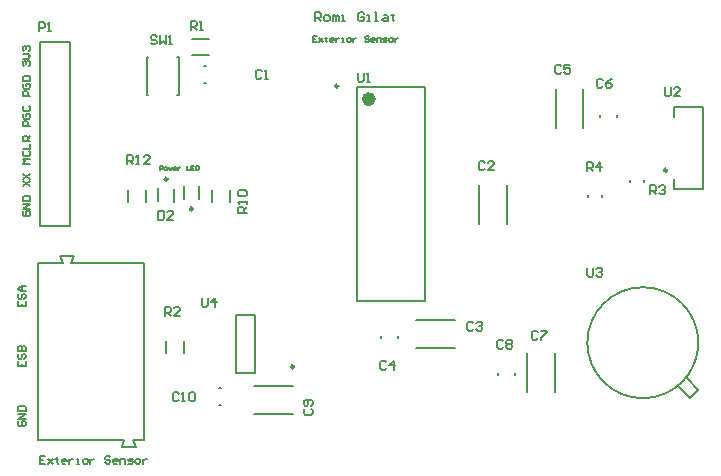
<source format=gto>
G04*
G04 #@! TF.GenerationSoftware,Altium Limited,Altium Designer,24.9.1 (31)*
G04*
G04 Layer_Color=65535*
%FSLAX44Y44*%
%MOMM*%
G71*
G04*
G04 #@! TF.SameCoordinates,6922BCB2-4B6C-4A80-BBEF-7EC809250BDD*
G04*
G04*
G04 #@! TF.FilePolarity,Positive*
G04*
G01*
G75*
%ADD10C,0.1500*%
%ADD11C,0.2500*%
%ADD12C,0.6000*%
%ADD13C,0.2000*%
%ADD14C,0.1778*%
%ADD15C,0.1270*%
D10*
X1084590Y414020D02*
G03*
X1084590Y414020I-47000J0D01*
G01*
D11*
X1058090Y560070D02*
G03*
X1058090Y560070I-1250J0D01*
G01*
X779760Y631300D02*
G03*
X779760Y631300I-1250J0D01*
G01*
X635230Y552560D02*
G03*
X635230Y552560I-1250J0D01*
G01*
X656570Y527270D02*
G03*
X656570Y527270I-1250J0D01*
G01*
X742272Y393700D02*
G03*
X742272Y393700I-1250J0D01*
G01*
D12*
X808510Y620250D02*
G03*
X808510Y620250I-3000J0D01*
G01*
D13*
X914770Y386600D02*
Y388100D01*
X929270Y386600D02*
Y388100D01*
X963011Y372089D02*
Y405151D01*
X939449Y372089D02*
Y405151D01*
X1074590Y384270D02*
X1084590Y374270D01*
X1077590Y367270D02*
X1084590Y374270D01*
X1067480Y377100D02*
X1077480Y367100D01*
X1063590Y552820D02*
X1063590Y544370D01*
Y613870D02*
X1063590Y605420D01*
X1063590Y613870D02*
X1088590D01*
Y544370D02*
Y613870D01*
X1063590Y544370D02*
X1088590Y544370D01*
X795510Y449250D02*
Y630250D01*
X853510Y449250D02*
Y630250D01*
X795510D02*
X853510D01*
X795510Y449250D02*
X853510D01*
X643440Y656080D02*
X644690D01*
X617690D02*
X618940D01*
X617690Y624080D02*
Y656080D01*
X643440Y624080D02*
X644690D01*
X617690D02*
X618940D01*
X644690D02*
Y656080D01*
X673220Y533480D02*
Y543480D01*
X688220Y533480D02*
Y543480D01*
X627417Y533667D02*
Y544667D01*
X640230Y533560D02*
Y544560D01*
X1038260Y550180D02*
Y552180D01*
X1026760Y550180D02*
Y552180D01*
X845799Y409859D02*
X878861D01*
X845799Y433421D02*
X878861D01*
X830210Y418350D02*
Y419850D01*
X815710Y418350D02*
Y419850D01*
X666000Y634100D02*
X667500D01*
X666000Y648600D02*
X667500D01*
X649070Y535520D02*
Y546520D01*
X661570Y535520D02*
Y546520D01*
X708830Y388225D02*
Y437275D01*
X693250D02*
X708830D01*
X693250Y388225D02*
Y437275D01*
Y388225D02*
X708830D01*
X708639Y377541D02*
X741701D01*
X708639Y353979D02*
X741701D01*
X678700Y361050D02*
X680200D01*
X678700Y375550D02*
X680200D01*
X655578Y657348D02*
X670302D01*
X655578Y671072D02*
X670302D01*
X898809Y514211D02*
Y547273D01*
X922371Y514211D02*
Y547273D01*
X602100Y533480D02*
Y543480D01*
X617100Y533480D02*
Y543480D01*
X615230Y331400D02*
Y481400D01*
X525230Y331400D02*
Y481400D01*
X546730D01*
X553732D02*
X615230D01*
X544230Y487401D02*
X556230D01*
X544230D02*
X546728Y481400D01*
X553732D02*
X556230Y487401D01*
X596228Y325399D02*
X598726Y331400D01*
X596228Y325399D02*
X608228D01*
X605730Y331400D02*
X608228Y325399D01*
X605730Y331400D02*
X615230D01*
X525230D02*
X598730D01*
X648850Y405210D02*
Y415210D01*
X633850Y405210D02*
Y415210D01*
X1015810Y605220D02*
Y606720D01*
X1001310Y605220D02*
Y606720D01*
X963759Y595789D02*
Y628851D01*
X987321Y595789D02*
Y628851D01*
X527050Y668650D02*
X552450D01*
Y512450D02*
Y668650D01*
X527050Y512450D02*
X552450D01*
X527050D02*
Y668650D01*
X1002700Y537480D02*
Y539480D01*
X991200Y537480D02*
Y539480D01*
D14*
X759968Y686308D02*
Y693925D01*
X763777D01*
X765046Y692656D01*
Y690117D01*
X763777Y688847D01*
X759968D01*
X762507D02*
X765046Y686308D01*
X768855D02*
X771394D01*
X772664Y687578D01*
Y690117D01*
X771394Y691386D01*
X768855D01*
X767586Y690117D01*
Y687578D01*
X768855Y686308D01*
X775203D02*
Y691386D01*
X776473D01*
X777742Y690117D01*
Y686308D01*
Y690117D01*
X779012Y691386D01*
X780281Y690117D01*
Y686308D01*
X782821D02*
X785360D01*
X784090D01*
Y691386D01*
X782821D01*
X801864Y692656D02*
X800595Y693925D01*
X798056D01*
X796786Y692656D01*
Y687578D01*
X798056Y686308D01*
X800595D01*
X801864Y687578D01*
Y690117D01*
X799325D01*
X804404Y686308D02*
X806943D01*
X805673D01*
Y691386D01*
X804404D01*
X810752Y686308D02*
X813291D01*
X812021D01*
Y693925D01*
X810752D01*
X818369Y691386D02*
X820908D01*
X822178Y690117D01*
Y686308D01*
X818369D01*
X817100Y687578D01*
X818369Y688847D01*
X822178D01*
X825987Y692656D02*
Y691386D01*
X824717D01*
X827256D01*
X825987D01*
Y687578D01*
X827256Y686308D01*
X762084Y673606D02*
X758698D01*
Y668528D01*
X762084D01*
X758698Y671067D02*
X760391D01*
X763776Y671914D02*
X767162Y668528D01*
X765469Y670221D01*
X767162Y671914D01*
X763776Y668528D01*
X769701Y672760D02*
Y671914D01*
X768855D01*
X770547D01*
X769701D01*
Y669374D01*
X770547Y668528D01*
X775626D02*
X773933D01*
X773087Y669374D01*
Y671067D01*
X773933Y671914D01*
X775626D01*
X776472Y671067D01*
Y670221D01*
X773087D01*
X778165Y671914D02*
Y668528D01*
Y670221D01*
X779011Y671067D01*
X779858Y671914D01*
X780704D01*
X783243Y668528D02*
X784936D01*
X784090D01*
Y671914D01*
X783243D01*
X788322Y668528D02*
X790014D01*
X790861Y669374D01*
Y671067D01*
X790014Y671914D01*
X788322D01*
X787475Y671067D01*
Y669374D01*
X788322Y668528D01*
X792554Y671914D02*
Y668528D01*
Y670221D01*
X793400Y671067D01*
X794247Y671914D01*
X795093D01*
X806096Y672760D02*
X805250Y673606D01*
X803557D01*
X802710Y672760D01*
Y671914D01*
X803557Y671067D01*
X805250D01*
X806096Y670221D01*
Y669374D01*
X805250Y668528D01*
X803557D01*
X802710Y669374D01*
X810328Y668528D02*
X808635D01*
X807789Y669374D01*
Y671067D01*
X808635Y671914D01*
X810328D01*
X811174Y671067D01*
Y670221D01*
X807789D01*
X812867Y668528D02*
Y671914D01*
X815406D01*
X816253Y671067D01*
Y668528D01*
X817945D02*
X820485D01*
X821331Y669374D01*
X820485Y670221D01*
X818792D01*
X817945Y671067D01*
X818792Y671914D01*
X821331D01*
X823870Y668528D02*
X825563D01*
X826409Y669374D01*
Y671067D01*
X825563Y671914D01*
X823870D01*
X823024Y671067D01*
Y669374D01*
X823870Y668528D01*
X828102Y671914D02*
Y668528D01*
Y670221D01*
X828949Y671067D01*
X829795Y671914D01*
X830641D01*
X513632Y525440D02*
X512574Y524382D01*
Y522266D01*
X513632Y521208D01*
X517864D01*
X518922Y522266D01*
Y524382D01*
X517864Y525440D01*
X515748D01*
Y523324D01*
X518922Y527556D02*
X512574D01*
X518922Y531788D01*
X512574D01*
Y533904D02*
X518922D01*
Y537078D01*
X517864Y538136D01*
X513632D01*
X512574Y537078D01*
Y533904D01*
Y546600D02*
X518922Y550832D01*
X512574D02*
X518922Y546600D01*
X512574Y552948D02*
X518922Y557180D01*
X512574D02*
X518922Y552948D01*
Y565644D02*
X512574D01*
X514690Y567760D01*
X512574Y569876D01*
X518922D01*
X513632Y576223D02*
X512574Y575165D01*
Y573050D01*
X513632Y571992D01*
X517864D01*
X518922Y573050D01*
Y575165D01*
X517864Y576223D01*
X512574Y578340D02*
X518922D01*
Y582571D01*
Y584687D02*
X512574D01*
Y587861D01*
X513632Y588919D01*
X515748D01*
X516806Y587861D01*
Y584687D01*
Y586803D02*
X518922Y588919D01*
Y597383D02*
X512574D01*
Y600557D01*
X513632Y601615D01*
X515748D01*
X516806Y600557D01*
Y597383D01*
X513632Y607963D02*
X512574Y606905D01*
Y604789D01*
X513632Y603731D01*
X517864D01*
X518922Y604789D01*
Y606905D01*
X517864Y607963D01*
X515748D01*
Y605847D01*
X513632Y614311D02*
X512574Y613253D01*
Y611137D01*
X513632Y610079D01*
X517864D01*
X518922Y611137D01*
Y613253D01*
X517864Y614311D01*
X518922Y622775D02*
X512574D01*
Y625949D01*
X513632Y627007D01*
X515748D01*
X516806Y625949D01*
Y622775D01*
X513632Y633355D02*
X512574Y632297D01*
Y630181D01*
X513632Y629123D01*
X517864D01*
X518922Y630181D01*
Y632297D01*
X517864Y633355D01*
X515748D01*
Y631239D01*
X512574Y635471D02*
X518922D01*
Y638645D01*
X517864Y639703D01*
X513632D01*
X512574Y638645D01*
Y635471D01*
X513632Y648167D02*
X512574Y649225D01*
Y651341D01*
X513632Y652399D01*
X514690D01*
X515748Y651341D01*
Y650283D01*
Y651341D01*
X516806Y652399D01*
X517864D01*
X518922Y651341D01*
Y649225D01*
X517864Y648167D01*
X512574Y654515D02*
X516806D01*
X518922Y656631D01*
X516806Y658747D01*
X512574D01*
X513632Y660863D02*
X512574Y661921D01*
Y664037D01*
X513632Y665095D01*
X514690D01*
X515748Y664037D01*
Y662979D01*
Y664037D01*
X516806Y665095D01*
X517864D01*
X518922Y664037D01*
Y661921D01*
X517864Y660863D01*
X531790Y318006D02*
X527558D01*
Y311658D01*
X531790D01*
X527558Y314832D02*
X529674D01*
X533906Y315890D02*
X538138Y311658D01*
X536022Y313774D01*
X538138Y315890D01*
X533906Y311658D01*
X541312Y316948D02*
Y315890D01*
X540254D01*
X542370D01*
X541312D01*
Y312716D01*
X542370Y311658D01*
X548718D02*
X546602D01*
X545544Y312716D01*
Y314832D01*
X546602Y315890D01*
X548718D01*
X549776Y314832D01*
Y313774D01*
X545544D01*
X551892Y315890D02*
Y311658D01*
Y313774D01*
X552950Y314832D01*
X554008Y315890D01*
X555066D01*
X558240Y311658D02*
X560356D01*
X559298D01*
Y315890D01*
X558240D01*
X564588Y311658D02*
X566704D01*
X567762Y312716D01*
Y314832D01*
X566704Y315890D01*
X564588D01*
X563530Y314832D01*
Y312716D01*
X564588Y311658D01*
X569878Y315890D02*
Y311658D01*
Y313774D01*
X570936Y314832D01*
X571994Y315890D01*
X573052D01*
X586805Y316948D02*
X585747Y318006D01*
X583632D01*
X582574Y316948D01*
Y315890D01*
X583632Y314832D01*
X585747D01*
X586805Y313774D01*
Y312716D01*
X585747Y311658D01*
X583632D01*
X582574Y312716D01*
X592095Y311658D02*
X589979D01*
X588922Y312716D01*
Y314832D01*
X589979Y315890D01*
X592095D01*
X593153Y314832D01*
Y313774D01*
X588922D01*
X595269Y311658D02*
Y315890D01*
X598443D01*
X599501Y314832D01*
Y311658D01*
X601617D02*
X604791D01*
X605849Y312716D01*
X604791Y313774D01*
X602675D01*
X601617Y314832D01*
X602675Y315890D01*
X605849D01*
X609023Y311658D02*
X611139D01*
X612197Y312716D01*
Y314832D01*
X611139Y315890D01*
X609023D01*
X607965Y314832D01*
Y312716D01*
X609023Y311658D01*
X614313Y315890D02*
Y311658D01*
Y313774D01*
X615371Y314832D01*
X616429Y315890D01*
X617487D01*
X509822Y347640D02*
X508764Y346582D01*
Y344466D01*
X509822Y343408D01*
X514054D01*
X515112Y344466D01*
Y346582D01*
X514054Y347640D01*
X511938D01*
Y345524D01*
X515112Y349756D02*
X508764D01*
X515112Y353988D01*
X508764D01*
Y356104D02*
X515112D01*
Y359278D01*
X514054Y360336D01*
X509822D01*
X508764Y359278D01*
Y356104D01*
Y398424D02*
Y394192D01*
X515112D01*
Y398424D01*
X511938Y394192D02*
Y396307D01*
X509822Y404771D02*
X508764Y403713D01*
Y401598D01*
X509822Y400540D01*
X510880D01*
X511938Y401598D01*
Y403713D01*
X512996Y404771D01*
X514054D01*
X515112Y403713D01*
Y401598D01*
X514054Y400540D01*
X508764Y406887D02*
X515112D01*
Y410061D01*
X514054Y411119D01*
X512996D01*
X511938Y410061D01*
Y406887D01*
Y410061D01*
X510880Y411119D01*
X509822D01*
X508764Y410061D01*
Y406887D01*
Y449207D02*
Y444975D01*
X515112D01*
Y449207D01*
X511938Y444975D02*
Y447091D01*
X509822Y455555D02*
X508764Y454497D01*
Y452381D01*
X509822Y451323D01*
X510880D01*
X511938Y452381D01*
Y454497D01*
X512996Y455555D01*
X514054D01*
X515112Y454497D01*
Y452381D01*
X514054Y451323D01*
X515112Y457671D02*
X510880D01*
X508764Y459787D01*
X510880Y461903D01*
X515112D01*
X511938D01*
Y457671D01*
X664212Y452119D02*
Y445771D01*
X665482Y444501D01*
X668021D01*
X669290Y445771D01*
Y452119D01*
X675638Y444501D02*
Y452119D01*
X671830Y448310D01*
X676908D01*
X990346Y477518D02*
Y471170D01*
X991616Y469900D01*
X994155D01*
X995424Y471170D01*
Y477518D01*
X997963Y476248D02*
X999233Y477518D01*
X1001772D01*
X1003042Y476248D01*
Y474978D01*
X1001772Y473709D01*
X1000503D01*
X1001772D01*
X1003042Y472439D01*
Y471170D01*
X1001772Y469900D01*
X999233D01*
X997963Y471170D01*
X1056132Y630425D02*
Y624078D01*
X1057402Y622808D01*
X1059941D01*
X1061210Y624078D01*
Y630425D01*
X1068828Y622808D02*
X1063749D01*
X1068828Y627886D01*
Y629156D01*
X1067558Y630425D01*
X1065019D01*
X1063749Y629156D01*
X796292Y642619D02*
Y636271D01*
X797561Y635001D01*
X800100D01*
X801370Y636271D01*
Y642619D01*
X803909Y635001D02*
X806448D01*
X805179D01*
Y642619D01*
X803909Y641349D01*
X626111Y673099D02*
X624842Y674369D01*
X622303D01*
X621033Y673099D01*
Y671830D01*
X622303Y670560D01*
X624842D01*
X626111Y669290D01*
Y668021D01*
X624842Y666751D01*
X622303D01*
X621033Y668021D01*
X628650Y674369D02*
Y666751D01*
X631190Y669290D01*
X633729Y666751D01*
Y674369D01*
X636268Y666751D02*
X638807D01*
X637537D01*
Y674369D01*
X636268Y673099D01*
X601218Y565150D02*
Y572767D01*
X605027D01*
X606296Y571498D01*
Y568959D01*
X605027Y567689D01*
X601218D01*
X603757D02*
X606296Y565150D01*
X608835D02*
X611375D01*
X610105D01*
Y572767D01*
X608835Y571498D01*
X620262Y565150D02*
X615183D01*
X620262Y570228D01*
Y571498D01*
X618992Y572767D01*
X616453D01*
X615183Y571498D01*
X702309Y523878D02*
X694691D01*
Y527687D01*
X695961Y528956D01*
X698500D01*
X699770Y527687D01*
Y523878D01*
Y526417D02*
X702309Y528956D01*
Y531496D02*
Y534035D01*
Y532765D01*
X694691D01*
X695961Y531496D01*
Y537844D02*
X694691Y539113D01*
Y541652D01*
X695961Y542922D01*
X701039D01*
X702309Y541652D01*
Y539113D01*
X701039Y537844D01*
X695961D01*
X990092Y559054D02*
Y566671D01*
X993901D01*
X995170Y565402D01*
Y562863D01*
X993901Y561593D01*
X990092D01*
X992631D02*
X995170Y559054D01*
X1001518D02*
Y566671D01*
X997710Y562863D01*
X1002788D01*
X1043942Y539751D02*
Y547369D01*
X1047751D01*
X1049020Y546099D01*
Y543560D01*
X1047751Y542290D01*
X1043942D01*
X1046481D02*
X1049020Y539751D01*
X1051560Y546099D02*
X1052829Y547369D01*
X1055368D01*
X1056638Y546099D01*
Y544830D01*
X1055368Y543560D01*
X1054099D01*
X1055368D01*
X1056638Y542290D01*
Y541021D01*
X1055368Y539751D01*
X1052829D01*
X1051560Y541021D01*
X632968Y436880D02*
Y444497D01*
X636777D01*
X638046Y443228D01*
Y440689D01*
X636777Y439419D01*
X632968D01*
X635507D02*
X638046Y436880D01*
X645664D02*
X640585D01*
X645664Y441958D01*
Y443228D01*
X644394Y444497D01*
X641855D01*
X640585Y443228D01*
X654812Y678942D02*
Y686560D01*
X658621D01*
X659890Y685290D01*
Y682751D01*
X658621Y681481D01*
X654812D01*
X657351D02*
X659890Y678942D01*
X662430D02*
X664969D01*
X663699D01*
Y686560D01*
X662430Y685290D01*
X526288Y677926D02*
Y685544D01*
X530097D01*
X531366Y684274D01*
Y681735D01*
X530097Y680465D01*
X526288D01*
X533905Y677926D02*
X536445D01*
X535175D01*
Y685544D01*
X533905Y684274D01*
X627382Y525779D02*
Y518161D01*
X631191D01*
X632460Y519431D01*
Y524509D01*
X631191Y525779D01*
X627382D01*
X640078Y518161D02*
X635000D01*
X640078Y523240D01*
Y524509D01*
X638808Y525779D01*
X636269D01*
X635000Y524509D01*
X644526Y370839D02*
X643257Y372109D01*
X640718D01*
X639448Y370839D01*
Y365761D01*
X640718Y364491D01*
X643257D01*
X644526Y365761D01*
X647066Y364491D02*
X649605D01*
X648335D01*
Y372109D01*
X647066Y370839D01*
X653414D02*
X654683Y372109D01*
X657222D01*
X658492Y370839D01*
Y365761D01*
X657222Y364491D01*
X654683D01*
X653414Y365761D01*
Y370839D01*
X751841Y358140D02*
X750571Y356871D01*
Y354332D01*
X751841Y353062D01*
X756919D01*
X758189Y354332D01*
Y356871D01*
X756919Y358140D01*
Y360680D02*
X758189Y361949D01*
Y364488D01*
X756919Y365758D01*
X751841D01*
X750571Y364488D01*
Y361949D01*
X751841Y360680D01*
X753110D01*
X754380Y361949D01*
Y365758D01*
X919480Y415289D02*
X918211Y416559D01*
X915672D01*
X914402Y415289D01*
Y410211D01*
X915672Y408941D01*
X918211D01*
X919480Y410211D01*
X922020Y415289D02*
X923289Y416559D01*
X925828D01*
X927098Y415289D01*
Y414020D01*
X925828Y412750D01*
X927098Y411480D01*
Y410211D01*
X925828Y408941D01*
X923289D01*
X922020Y410211D01*
Y411480D01*
X923289Y412750D01*
X922020Y414020D01*
Y415289D01*
X923289Y412750D02*
X925828D01*
X948690Y422909D02*
X947421Y424179D01*
X944882D01*
X943612Y422909D01*
Y417831D01*
X944882Y416561D01*
X947421D01*
X948690Y417831D01*
X951230Y424179D02*
X956308D01*
Y422909D01*
X951230Y417831D01*
Y416561D01*
X1003806Y636268D02*
X1002537Y637537D01*
X999998D01*
X998728Y636268D01*
Y631190D01*
X999998Y629920D01*
X1002537D01*
X1003806Y631190D01*
X1011424Y637537D02*
X1008885Y636268D01*
X1006346Y633729D01*
Y631190D01*
X1007615Y629920D01*
X1010154D01*
X1011424Y631190D01*
Y632459D01*
X1010154Y633729D01*
X1006346D01*
X968500Y647952D02*
X967231Y649221D01*
X964692D01*
X963422Y647952D01*
Y642874D01*
X964692Y641604D01*
X967231D01*
X968500Y642874D01*
X976118Y649221D02*
X971040D01*
Y645413D01*
X973579Y646682D01*
X974848D01*
X976118Y645413D01*
Y642874D01*
X974848Y641604D01*
X972309D01*
X971040Y642874D01*
X820420Y397509D02*
X819151Y398779D01*
X816612D01*
X815342Y397509D01*
Y392431D01*
X816612Y391161D01*
X819151D01*
X820420Y392431D01*
X826768Y391161D02*
Y398779D01*
X822960Y394970D01*
X828038D01*
X894080Y430529D02*
X892811Y431799D01*
X890272D01*
X889002Y430529D01*
Y425451D01*
X890272Y424181D01*
X892811D01*
X894080Y425451D01*
X896620Y430529D02*
X897889Y431799D01*
X900428D01*
X901698Y430529D01*
Y429260D01*
X900428Y427990D01*
X899159D01*
X900428D01*
X901698Y426720D01*
Y425451D01*
X900428Y424181D01*
X897889D01*
X896620Y425451D01*
X903730Y566418D02*
X902461Y567687D01*
X899922D01*
X898652Y566418D01*
Y561340D01*
X899922Y560070D01*
X902461D01*
X903730Y561340D01*
X911348Y560070D02*
X906270D01*
X911348Y565148D01*
Y566418D01*
X910078Y567687D01*
X907539D01*
X906270Y566418D01*
X715010Y643889D02*
X713740Y645159D01*
X711201D01*
X709932Y643889D01*
Y638811D01*
X711201Y637541D01*
X713740D01*
X715010Y638811D01*
X717549Y637541D02*
X720088D01*
X718819D01*
Y645159D01*
X717549Y643889D01*
D15*
X628650Y560070D02*
Y563879D01*
X630554D01*
X631189Y563244D01*
Y561974D01*
X630554Y561340D01*
X628650D01*
X633094Y560070D02*
X634363D01*
X634998Y560705D01*
Y561974D01*
X634363Y562609D01*
X633094D01*
X632459Y561974D01*
Y560705D01*
X633094Y560070D01*
X636268Y562609D02*
Y560705D01*
X636902Y560070D01*
X637537Y560705D01*
X638172Y560070D01*
X638807Y560705D01*
Y562609D01*
X641981Y560070D02*
X640711D01*
X640076Y560705D01*
Y561974D01*
X640711Y562609D01*
X641981D01*
X642616Y561974D01*
Y561340D01*
X640076D01*
X643885Y562609D02*
Y560070D01*
Y561340D01*
X644520Y561974D01*
X645155Y562609D01*
X645789D01*
X651503Y563879D02*
Y560070D01*
X654042D01*
X657851Y563879D02*
X655312D01*
Y560070D01*
X657851D01*
X655312Y561974D02*
X656581D01*
X659120Y563879D02*
Y560070D01*
X661025D01*
X661659Y560705D01*
Y563244D01*
X661025Y563879D01*
X659120D01*
M02*

</source>
